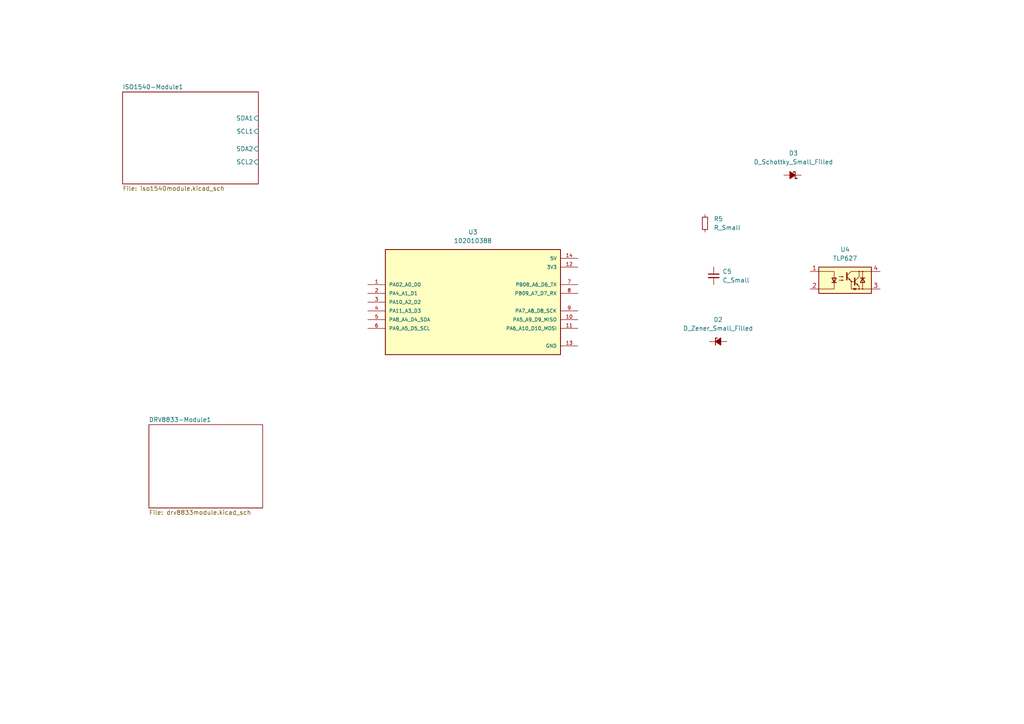
<source format=kicad_sch>
(kicad_sch (version 20231120) (generator "eeschema") (generator_version "8.0")
  (paper "A4")
  (lib_symbols
    (symbol "102010388:102010388" (pin_names (offset 1.016))
      (property "Reference" "U" (at -25.4 16.002 0))
      (property "Value" "102010388" (at -25.4 -17.78 0))
      (symbol "102010388_0_0"
        (rectangle (start -25.4 -15.24) (end 25.4 15.24) (stroke (width 0.254)) (fill (type background)))
        (pin bidirectional line (at -30.48 5.08 0) (length 5.08) (name "PA02_A0_D0") (number "1"))
        (pin bidirectional line (at 30.48 -5.08 180) (length 5.08) (name "PA5_A9_D9_MISO") (number "10"))
        (pin bidirectional line (at 30.48 -7.62 180) (length 5.08) (name "PA6_A10_D10_MOSI") (number "11"))
        (pin power_in line (at 30.48 10.16 180) (length 5.08) (name "3V3") (number "12"))
        (pin power_in line (at 30.48 -12.7 180) (length 5.08) (name "GND") (number "13"))
        (pin power_in line (at 30.48 12.7 180) (length 5.08) (name "5V") (number "14"))
        (pin bidirectional line (at -30.48 2.54 0) (length 5.08) (name "PA4_A1_D1") (number "2"))
        (pin bidirectional line (at -30.48 0 0) (length 5.08) (name "PA10_A2_D2") (number "3"))
        (pin bidirectional line (at -30.48 -2.54 0) (length 5.08) (name "PA11_A3_D3") (number "4"))
        (pin bidirectional line (at -30.48 -5.08 0) (length 5.08) (name "PA8_A4_D4_SDA") (number "5"))
        (pin bidirectional line (at -30.48 -7.62 0) (length 5.08) (name "PA9_A5_D5_SCL") (number "6"))
        (pin bidirectional line (at 30.48 5.08 180) (length 5.08) (name "PB08_A6_D6_TX") (number "7"))
        (pin bidirectional line (at 30.48 2.54 180) (length 5.08) (name "PB09_A7_D7_RX") (number "8"))
        (pin bidirectional line (at 30.48 -2.54 180) (length 5.08) (name "PA7_A8_D8_SCK") (number "9"))
      )
    )
    (symbol "Device:C_Small" (pin_numbers hide) (pin_names (offset 0.254) hide)
      (property "Reference" "C" (at 0.254 1.778 0))
      (property "Value" "C_Small" (at 0.254 -2.032 0))
      (symbol "C_Small_0_1"
        (polyline (pts (xy -1.524 -0.508) (xy 1.524 -0.508)) (stroke (width 0.3302)))
        (polyline (pts (xy -1.524 0.508) (xy 1.524 0.508)) (stroke (width 0.3048)))
      )
      (symbol "C_Small_1_1"
        (pin passive line (at 0 2.54 270) (length 2.032) (name "~") (number "1"))
        (pin passive line (at 0 -2.54 90) (length 2.032) (name "~") (number "2"))
      )
    )
    (symbol "Device:D_Schottky_Small_Filled" (pin_numbers hide) (pin_names (offset 0.254) hide)
      (property "Reference" "D" (at -1.27 2.032 0))
      (property "Value" "D_Schottky_Small_Filled" (at -7.112 -2.032 0))
      (symbol "D_Schottky_Small_Filled_0_1"
        (polyline (pts (xy -0.762 0) (xy 0.762 0)))
        (polyline (pts (xy 0.762 -1.016) (xy -0.762 0) (xy 0.762 1.016) (xy 0.762 -1.016)) (stroke (width 0.254)) (fill (type outline)))
        (polyline (pts (xy -1.27 0.762) (xy -1.27 1.016) (xy -0.762 1.016) (xy -0.762 -1.016) (xy -0.254 -1.016) (xy -0.254 -0.762)) (stroke (width 0.254)))
      )
      (symbol "D_Schottky_Small_Filled_1_1"
        (pin passive line (at -2.54 0 0) (length 1.778) (name "K") (number "1"))
        (pin passive line (at 2.54 0 180) (length 1.778) (name "A") (number "2"))
      )
    )
    (symbol "Device:D_Zener_Small_Filled" (pin_numbers hide) (pin_names (offset 0.254) hide)
      (property "Reference" "D" (at 0 2.286 0))
      (property "Value" "D_Zener_Small_Filled" (at 0 -2.286 0))
      (symbol "D_Zener_Small_Filled_0_1"
        (polyline (pts (xy 0.762 0) (xy -0.762 0)))
        (polyline (pts (xy -0.254 1.016) (xy -0.762 1.016) (xy -0.762 -1.016)) (stroke (width 0.254)))
        (polyline (pts (xy 0.762 1.016) (xy -0.762 0) (xy 0.762 -1.016) (xy 0.762 1.016)) (stroke (width 0.254)) (fill (type outline)))
      )
      (symbol "D_Zener_Small_Filled_1_1"
        (pin passive line (at -2.54 0 0) (length 1.778) (name "K") (number "1"))
        (pin passive line (at 2.54 0 180) (length 1.778) (name "A") (number "2"))
      )
    )
    (symbol "Device:R_Small" (pin_numbers hide) (pin_names (offset 0.254) hide)
      (property "Reference" "R" (at 0.762 0.508 0))
      (property "Value" "R_Small" (at 0.762 -1.016 0))
      (symbol "R_Small_0_1"
        (rectangle (start -0.762 1.778) (end 0.762 -1.778) (stroke (width 0.2032)))
      )
      (symbol "R_Small_1_1"
        (pin passive line (at 0 2.54 270) (length 0.762) (name "~") (number "1"))
        (pin passive line (at 0 -2.54 90) (length 0.762) (name "~") (number "2"))
      )
    )
    (symbol "Isolator:TLP627" (pin_names (offset 1.016))
      (property "Reference" "U" (at -7.62 5.08 0))
      (property "Value" "TLP627" (at 0 5.08 0))
      (symbol "TLP627_0_1"
        (rectangle (start -7.62 3.81) (end 7.62 -3.81) (stroke (width 0.254)) (fill (type background)))
        (polyline (pts (xy -3.81 -0.635) (xy -2.54 -0.635)) (stroke (width 0.254)))
        (polyline (pts (xy 0.508 1.016) (xy 1.778 -0.254)))
        (polyline (pts (xy 0.508 1.27) (xy 1.778 2.54)))
        (polyline (pts (xy 0.508 2.159) (xy 0.508 0.127)) (stroke (width 0.3556)))
        (polyline (pts (xy 1.778 2.54) (xy 7.62 2.54)))
        (polyline (pts (xy 2.794 -0.508) (xy 4.064 -1.778)))
        (polyline (pts (xy 2.794 -0.381) (xy 1.778 -0.381)))
        (polyline (pts (xy 2.794 -0.254) (xy 4.064 1.016)))
        (polyline (pts (xy 4.064 -2.54) (xy 7.62 -2.54)))
        (polyline (pts (xy 4.064 -1.778) (xy 4.064 -2.54)))
        (polyline (pts (xy 4.064 1.016) (xy 4.064 2.54)))
        (polyline (pts (xy 4.445 0.635) (xy 5.715 0.635)) (stroke (width 0.254)))
        (polyline (pts (xy 5.08 -0.635) (xy 5.08 -2.54)))
        (polyline (pts (xy 5.08 -0.635) (xy 5.08 2.54)))
        (polyline (pts (xy -7.62 2.54) (xy -3.175 2.54) (xy -3.175 0.635)))
        (polyline (pts (xy -3.175 0.762) (xy -3.175 -2.54) (xy -7.62 -2.54)))
        (polyline (pts (xy 2.794 0.635) (xy 2.794 -1.397) (xy 2.794 -1.397)) (stroke (width 0.3556)))
        (polyline (pts (xy -3.175 -0.635) (xy -3.81 0.635) (xy -2.54 0.635) (xy -3.175 -0.635)) (stroke (width 0.254)))
        (polyline (pts (xy 1.524 0) (xy 1.27 0.508) (xy 1.016 0.254) (xy 1.524 0)))
        (polyline (pts (xy 3.81 -1.524) (xy 3.556 -1.016) (xy 3.302 -1.27) (xy 3.81 -1.524)))
        (polyline (pts (xy 5.08 0.635) (xy 4.445 -0.635) (xy 5.715 -0.635) (xy 5.08 0.635)) (stroke (width 0.254)))
        (polyline (pts (xy -1.778 0) (xy -0.508 0) (xy -0.889 -0.127) (xy -0.889 0.127) (xy -0.508 0)))
        (polyline (pts (xy -1.778 1.016) (xy -0.508 1.016) (xy -0.889 0.889) (xy -0.889 1.143) (xy -0.508 1.016)))
        (polyline (pts (xy 1.778 -0.254) (xy 1.778 -2.54) (xy 2.286 -2.54) (xy 2.413 -2.286) (xy 2.54 -2.794) (xy 2.667 -2.286) (xy 2.794 -2.794) (xy 2.921 -2.286) (xy 3.048 -2.794) (xy 3.175 -2.286) (xy 3.302 -2.54) (xy 4.064 -2.54)))
        (circle (center 1.778 -0.381) (radius 0.127))
        (circle (center 4.064 -2.54) (radius 0.127))
        (circle (center 4.064 2.54) (radius 0.127))
        (circle (center 5.08 -2.54) (radius 0.127))
        (circle (center 5.08 2.54) (radius 0.127))
      )
      (symbol "TLP627_1_1"
        (pin passive line (at -10.16 2.54 0) (length 2.54) (name "~") (number "1"))
        (pin passive line (at -10.16 -2.54 0) (length 2.54) (name "~") (number "2"))
        (pin passive line (at 10.16 -2.54 180) (length 2.54) (name "~") (number "3"))
        (pin passive line (at 10.16 2.54 180) (length 2.54) (name "~") (number "4"))
      )
    )
  )
  (symbol (lib_id "Device:D_Schottky_Small_Filled") (at 229.87 50.8 180) (unit 1)
    (property "Reference" "D3" (at 230.124 44.45 0))
    (property "Value" "D_Schottky_Small_Filled" (at 230.124 46.99 0))
    (property "Description" "Schottky diode, small symbol, filled shape" (effects (hide yes)))
  )
  (symbol (lib_id "Device:R_Small") (at 204.47 64.77 0) (unit 1)
    (property "Reference" "R5" (at 207.01 63.4999 0) (effects (justify left)))
    (property "Value" "R_Small" (at 207.01 66.0399 0) (effects (justify left)))
    (property "Description" "Resistor, small symbol" (effects (hide yes)))
  )
  (symbol (lib_id "Device:C_Small") (at 207.01 80.01 0) (unit 1)
    (property "Reference" "C5" (at 209.55 78.7462 0) (effects (justify left)))
    (property "Value" "C_Small" (at 209.55 81.2862 0) (effects (justify left)))
    (property "Description" "Unpolarized capacitor, small symbol" (effects (hide yes)))
  )
  (symbol (lib_id "Device:D_Zener_Small_Filled") (at 208.28 99.06 0) (unit 1)
    (property "Reference" "D2" (at 208.28 92.71 0))
    (property "Value" "D_Zener_Small_Filled" (at 208.28 95.25 0))
    (property "Description" "Zener diode, small symbol, filled shape" (effects (hide yes)))
  )
  (symbol (lib_id "Isolator:TLP627") (at 245.11 81.28 0) (unit 1)
    (property "Reference" "U4" (at 245.11 72.39 0))
    (property "Value" "TLP627" (at 245.11 74.93 0))
    (property "Footprint" "Package_DIP:DIP-4_W7.62mm" (effects (hide yes)))
    (property "Datasheet" "https://toshiba.semicon-storage.com/info/docget.jsp?did=16914&prodName=TLP627" (effects (hide yes)))
    (property "Description" "DC Darlington Optocoupler, Vce 300V, CTR 1000%, DIP4" (effects (hide yes)))
  )
  (symbol (lib_id "102010388:102010388") (at 137.16 87.63 0) (unit 1)
    (property "Reference" "U3" (at 137.16 67.31 0))
    (property "Value" "102010388" (at 137.16 69.85 0))
    (property "Footprint" "seeduino_xiao:MODULE_102010388" (effects (hide yes)))
    (property "MF" "seeed technology limited" (effects (hide yes)))
    (property "MAXIMUM_PACKAGE_HEIGHT" "N/A" (effects (hide yes)))
    (property "Package" "None" (effects (hide yes)))
    (property "Price" "None" (effects (hide yes)))
    (property "Check_prices" "https://www.snapeda.com/parts/102010388/Techno/view-part/?ref=eda" (effects (hide yes)))
    (property "STANDARD" "Manufacturer Recommendations" (effects (hide yes)))
    (property "PARTREV" "N/A" (effects (hide yes)))
    (property "SnapEDA_Link" "https://www.snapeda.com/parts/102010388/Techno/view-part/?ref=snap" (effects (hide yes)))
    (property "MP" "102010388" (effects (hide yes)))
    (property "Purchase-URL" "https://www.snapeda.com/api/url_track_click_mouser/?unipart_id=7601082&manufacturer=seeed technology limited&part_name=102010388&search_term=seeduino xiao" (effects (hide yes)))
    (property "Description_1" "\nXIAO BOARD, ARM, ARDUINO BOARD; Silicon Manufacturer:Microchip; Core Architecture:ARM; Core Sub-Architecture:Cortex-M0+; Silicon Core Number:SAMD21G18; Silicon Family Name:SAMD21; For Use With:Arduino Board; Product Range:-\n" (effects (hide yes)))
    (property "MANUFACTURER" "Seeed Technology" (effects (hide yes)))
    (property "Availability" "In Stock" (effects (hide yes)))
    (property "SNAPEDA_PN" "102010388" (effects (hide yes)))
  )
  (sheet (at 35.56 26.67) (size 39.37 26.67) (stroke (width 0.1524))
    (property "Sheetname" "ISO1540-Module1" (at 35.56 25.9584 0) (effects (justify left bottom)))
    (property "Sheetfile" "iso1540module.kicad_sch" (at 35.56 53.9246 0) (effects (justify left top)))
    (pin "SDA1" input (at 74.93 34.29 0))
    (pin "SCL1" input (at 74.93 38.1 0))
    (pin "SDA2" input (at 74.93 43.18 0))
    (pin "SCL2" input (at 74.93 46.99 0))
  )
  (sheet (at 43.18 123.19) (size 33.02 24.13) (stroke (width 0.1524))
    (property "Sheetname" "DRV8833-Module1" (at 43.18 122.4784 0) (effects (justify left bottom)))
    (property "Sheetfile" "drv8833module.kicad_sch" (at 43.18 147.9046 0) (effects (justify left top)))
  )
)
</source>
